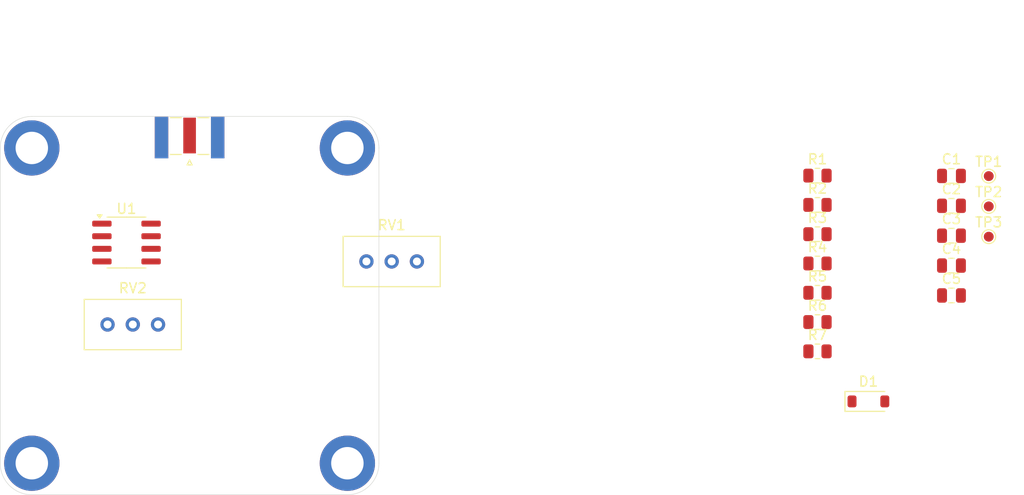
<source format=kicad_pcb>
(kicad_pcb (version 20240108) (generator "pcbnew") (generator_version "8.0")
  (layers (0 "F.Cu" signal) (31 "B.Cu" signal) (34 "B.Paste" user) (35 "F.Paste" user) (36 "B.SilkS" user "B.Silkscreen") (37 "F.SilkS" user "F.Silkscreen") (38 "B.Mask" user) (39 "F.Mask" user) (44 "Edge.Cuts" user))
  (net 0 "")
  (net 1 "+5V")
  (net 2 "GND")
  (net 3 "-5V")
  (net 4 "Net-(C3-Pad2)")
  (net 5 "Net-(D1-A)")
  (net 6 "Net-(C4-Pad1)")
  (net 7 "Net-(U1A-+)")
  (net 8 "Net-(J1-In)")
  (net 9 "Net-(U1A--)")
  (net 10 "Net-(U1B--)")
  (footprint "Potentiometer_THT:Potentiometer_Bourns_3296W_Vertical" (layer "F.Cu") (at 92.72 40.005)
    (property "Reference" "RV1" (at -2.54 -3.66 0) (layer "F.SilkS"))
    (property "Value" "R_Potentiometer_US")
    (fp_line (start -7.425 -2.53) (end -7.425 2.54) (stroke (width 0.12)) (layer "F.SilkS"))
    (fp_line (start -7.425 -2.53) (end 2.345 -2.53) (stroke (width 0.12)) (layer "F.SilkS"))
    (fp_line (start -7.425 2.54) (end 2.345 2.54) (stroke (width 0.12)) (layer "F.SilkS"))
    (fp_line (start 2.345 -2.53) (end 2.345 2.54) (stroke (width 0.12)) (layer "F.SilkS"))
    (pad "1" thru_hole circle (at 0 0) (size 1.44 1.44) (drill 0.8) (layers "*.Cu" "*.Mask") (net 1 "+5V"))
    (pad "2" thru_hole circle (at -2.54 0) (size 1.44 1.44) (drill 0.8) (layers "*.Cu" "*.Mask") (net 9 "Net-(U1A--)"))
    (pad "3" thru_hole circle (at -5.08 0) (size 1.44 1.44) (drill 0.8) (layers "*.Cu" "*.Mask") (net 3 "-5V"))
  )
  (footprint "TestPoint:TestPoint_Pad_D1.0mm" (layer "F.Cu") (at 150.25 37.51)
    (property "Reference" "TP3" (at 0 -1.448 0) (layer "F.SilkS"))
    (property "Value" "TestPoint")
    (fp_circle (center 0 0) (end 0 0.7) (stroke (width 0.12)) (fill none) (layer "F.SilkS"))
    (pad "1" smd circle (at 0 0) (size 1 1) (layers "F.Cu" "F.Mask") (net 7 "Net-(U1A-+)"))
  )
  (footprint "Capacitor_SMD:C_0805_2012Metric" (layer "F.Cu") (at 146.5 31.39)
    (property "Reference" "C1" (at 0 -1.68 0) (layer "F.SilkS"))
    (property "Value" "100nF")
    (fp_line (start -0.261252 -0.735) (end 0.261252 -0.735) (stroke (width 0.12)) (layer "F.SilkS"))
    (fp_line (start -0.261252 0.735) (end 0.261252 0.735) (stroke (width 0.12)) (layer "F.SilkS"))
    (pad "1" smd roundrect (at -0.95 0) (size 1 1.45) (layers "F.Cu" "F.Paste" "F.Mask") (net 1 "+5V"))
    (pad "2" smd roundrect (at 0.95 0) (size 1 1.45) (layers "F.Cu" "F.Paste" "F.Mask") (net 2 "GND"))
  )
  (footprint "_tim-Mounting-Holes:4-40_Hole_Pad" (layer "F.Cu") (at 53.975 28.575)
    (property "Reference" "H1" (hide yes))
    (property "Value" "4-40" (hide yes))
    (pad "1" thru_hole circle (at 0 0) (size 5.5626 5.5626) (drill 3.2639) (layers "*.Cu" "*.Mask") (net 2 "GND"))
  )
  (footprint "Connector_Coaxial:SMA_Samtec_SMA-J-P-X-ST-EM1_EdgeMount" (layer "F.Cu") (at 69.85 27.5225 180)
    (property "Reference" "J1" (hide yes))
    (property "Value" "3296W-1-102LF")
    (fp_line (start 0.84 2) (end 1.95 2) (stroke (width 0.12)) (layer "F.SilkS"))
    (fp_line (start 0.84 -1.71) (end 1.95 -1.71) (stroke (width 0.12)) (layer "F.SilkS"))
    (fp_line (start 0.25 -2.76) (end -0.25 -2.76) (stroke (width 0.12)) (layer "F.SilkS"))
    (fp_line (start 0 -2.26) (end 0.25 -2.76) (stroke (width 0.12)) (layer "F.SilkS"))
    (fp_line (start -0.25 -2.76) (end 0 -2.26) (stroke (width 0.12)) (layer "F.SilkS"))
    (fp_line (start -1.95 2) (end -0.84 2) (stroke (width 0.12)) (layer "F.SilkS"))
    (fp_line (start -1.95 -1.71) (end -0.84 -1.71) (stroke (width 0.12)) (layer "F.SilkS"))
    (pad "1" smd rect (at 0 0.2 180) (size 1.27 3.6) (layers "F.Cu" "F.Paste" "F.Mask") (net 8 "Net-(J1-In)"))
    (pad "2" smd rect (at -2.825 0 180) (size 1.35 4.2) (layers "F.Cu" "F.Paste" "F.Mask") (net 2 "GND"))
    (pad "2" smd rect (at -2.825 0 180) (size 1.35 4.2) (layers "B.Cu" "B.Paste" "B.Mask") (net 2 "GND"))
    (pad "2" smd rect (at 2.825 0 180) (size 1.35 4.2) (layers "F.Cu" "F.Paste" "F.Mask") (net 2 "GND"))
    (pad "2" smd rect (at 2.825 0 180) (size 1.35 4.2) (layers "B.Cu" "B.Paste" "B.Mask") (net 2 "GND"))
  )
  (footprint "Package_SO:SOIC-8_3.9x4.9mm_P1.27mm" (layer "F.Cu") (at 63.5 38.1)
    (property "Reference" "U1" (at 0 -3.4 0) (layer "F.SilkS"))
    (property "Value" "LT1804")
    (fp_line (start 0 -2.56) (end -1.95 -2.56) (stroke (width 0.12)) (layer "F.SilkS"))
    (fp_line (start 0 -2.56) (end 1.95 -2.56) (stroke (width 0.12)) (layer "F.SilkS"))
    (fp_line (start 0 2.56) (end -1.95 2.56) (stroke (width 0.12)) (layer "F.SilkS"))
    (fp_line (start 0 2.56) (end 1.95 2.56) (stroke (width 0.12)) (layer "F.SilkS"))
    (fp_poly (pts (xy -2.7 -2.465) (xy -2.94 -2.795) (xy -2.46 -2.795) (xy -2.7 -2.465)) (stroke (width 0.12)) (fill solid) (layer "F.SilkS"))
    (pad "1" smd roundrect (at -2.475 -1.905) (size 1.95 0.6) (layers "F.Cu" "F.Paste" "F.Mask") (net 6 "Net-(C4-Pad1)"))
    (pad "2" smd roundrect (at -2.475 -0.635) (size 1.95 0.6) (layers "F.Cu" "F.Paste" "F.Mask") (net 9 "Net-(U1A--)"))
    (pad "3" smd roundrect (at -2.475 0.635) (size 1.95 0.6) (layers "F.Cu" "F.Paste" "F.Mask") (net 7 "Net-(U1A-+)"))
    (pad "4" smd roundrect (at -2.475 1.905) (size 1.95 0.6) (layers "F.Cu" "F.Paste" "F.Mask") (net 3 "-5V"))
    (pad "5" smd roundrect (at 2.475 1.905) (size 1.95 0.6) (layers "F.Cu" "F.Paste" "F.Mask") (net 2 "GND"))
    (pad "6" smd roundrect (at 2.475 0.635) (size 1.95 0.6) (layers "F.Cu" "F.Paste" "F.Mask") (net 10 "Net-(U1B--)"))
    (pad "7" smd roundrect (at 2.475 -0.635) (size 1.95 0.6) (layers "F.Cu" "F.Paste" "F.Mask") (net 10 "Net-(U1B--)"))
    (pad "8" smd roundrect (at 2.475 -1.905) (size 1.95 0.6) (layers "F.Cu" "F.Paste" "F.Mask") (net 1 "+5V"))
  )
  (footprint "Resistor_SMD:R_0805_2012Metric" (layer "F.Cu") (at 133.02 37.26)
    (property "Reference" "R3" (at 0 -1.65 0) (layer "F.SilkS"))
    (property "Value" "10k")
    (fp_line (start -0.227064 -0.735) (end 0.227064 -0.735) (stroke (width 0.12)) (layer "F.SilkS"))
    (fp_line (start -0.227064 0.735) (end 0.227064 0.735) (stroke (width 0.12)) (layer "F.SilkS"))
    (pad "1" smd roundrect (at -0.9125 0) (size 1.025 1.4) (layers "F.Cu" "F.Paste" "F.Mask") (roundrect_rratio 0.243902) (net 2 "GND"))
    (pad "2" smd roundrect (at 0.9125 0) (size 1.025 1.4) (layers "F.Cu" "F.Paste" "F.Mask") (roundrect_rratio 0.243902) (net 8 "Net-(J1-In)"))
  )
  (footprint "Resistor_SMD:R_0805_2012Metric" (layer "F.Cu") (at 133.02 34.31)
    (property "Reference" "R2" (at 0 -1.65 0) (layer "F.SilkS"))
    (property "Value" "500")
    (fp_line (start -0.227064 -0.735) (end 0.227064 -0.735) (stroke (width 0.12)) (layer "F.SilkS"))
    (fp_line (start -0.227064 0.735) (end 0.227064 0.735) (stroke (width 0.12)) (layer "F.SilkS"))
    (pad "1" smd roundrect (at -0.9125 0) (size 1.025 1.4) (layers "F.Cu" "F.Paste" "F.Mask") (roundrect_rratio 0.243902) (net 3 "-5V"))
    (pad "2" smd roundrect (at 0.9125 0) (size 1.025 1.4) (layers "F.Cu" "F.Paste" "F.Mask") (roundrect_rratio 0.243902) (net 4 "Net-(C3-Pad2)"))
  )
  (footprint "_tim-Mounting-Holes:4-40_Hole_Pad" (layer "F.Cu") (at 85.725 60.325)
    (property "Reference" "H4" (hide yes))
    (property "Value" "4-40" (hide yes))
    (pad "1" thru_hole circle (at 0 0) (size 5.5626 5.5626) (drill 3.2639) (layers "*.Cu" "*.Mask") (net 2 "GND"))
  )
  (footprint "_tim-Mounting-Holes:4-40_Hole_Pad" (layer "F.Cu") (at 85.725 28.575)
    (property "Reference" "H2" (hide yes))
    (property "Value" "4-40" (hide yes))
    (pad "1" thru_hole circle (at 0 0) (size 5.5626 5.5626) (drill 3.2639) (layers "*.Cu" "*.Mask") (net 2 "GND"))
  )
  (footprint "Capacitor_SMD:C_0805_2012Metric" (layer "F.Cu") (at 146.5 34.4)
    (property "Reference" "C2" (at 0 -1.68 0) (layer "F.SilkS"))
    (property "Value" "100nF")
    (fp_line (start -0.261252 -0.735) (end 0.261252 -0.735) (stroke (width 0.12)) (layer "F.SilkS"))
    (fp_line (start -0.261252 0.735) (end 0.261252 0.735) (stroke (width 0.12)) (layer "F.SilkS"))
    (pad "1" smd roundrect (at -0.95 0) (size 1 1.45) (layers "F.Cu" "F.Paste" "F.Mask") (net 3 "-5V"))
    (pad "2" smd roundrect (at 0.95 0) (size 1 1.45) (layers "F.Cu" "F.Paste" "F.Mask") (net 2 "GND"))
  )
  (footprint "TestPoint:TestPoint_Pad_D1.0mm" (layer "F.Cu") (at 150.25 34.46)
    (property "Reference" "TP2" (at 0 -1.448 0) (layer "F.SilkS"))
    (property "Value" "TestPoint")
    (fp_circle (center 0 0) (end 0 0.7) (stroke (width 0.12)) (fill none) (layer "F.SilkS"))
    (pad "1" smd circle (at 0 0) (size 1 1) (layers "F.Cu" "F.Mask") (net 9 "Net-(U1A--)"))
  )
  (footprint "Resistor_SMD:R_0805_2012Metric" (layer "F.Cu") (at 133.02 43.16)
    (property "Reference" "R5" (at 0 -1.65 0) (layer "F.SilkS"))
    (property "Value" "500")
    (fp_line (start -0.227064 -0.735) (end 0.227064 -0.735) (stroke (width 0.12)) (layer "F.SilkS"))
    (fp_line (start -0.227064 0.735) (end 0.227064 0.735) (stroke (width 0.12)) (layer "F.SilkS"))
    (pad "1" smd roundrect (at -0.9125 0) (size 1.025 1.4) (layers "F.Cu" "F.Paste" "F.Mask") (roundrect_rratio 0.243902) (net 2 "GND"))
    (pad "2" smd roundrect (at 0.9125 0) (size 1.025 1.4) (layers "F.Cu" "F.Paste" "F.Mask") (roundrect_rratio 0.243902) (net 4 "Net-(C3-Pad2)"))
  )
  (footprint "Capacitor_SMD:C_0805_2012Metric" (layer "F.Cu") (at 146.5 40.42)
    (property "Reference" "C4" (at 0 -1.68 0) (layer "F.SilkS"))
    (property "Value" "100pF")
    (fp_line (start -0.261252 -0.735) (end 0.261252 -0.735) (stroke (width 0.12)) (layer "F.SilkS"))
    (fp_line (start -0.261252 0.735) (end 0.261252 0.735) (stroke (width 0.12)) (layer "F.SilkS"))
    (pad "1" smd roundrect (at -0.95 0) (size 1 1.45) (layers "F.Cu" "F.Paste" "F.Mask") (net 6 "Net-(C4-Pad1)"))
    (pad "2" smd roundrect (at 0.95 0) (size 1 1.45) (layers "F.Cu" "F.Paste" "F.Mask") (net 5 "Net-(D1-A)"))
  )
  (footprint "Resistor_SMD:R_0805_2012Metric" (layer "F.Cu") (at 133.02 31.36)
    (property "Reference" "R1" (at 0 -1.65 0) (layer "F.SilkS"))
    (property "Value" "47")
    (fp_line (start -0.227064 -0.735) (end 0.227064 -0.735) (stroke (width 0.12)) (layer "F.SilkS"))
    (fp_line (start -0.227064 0.735) (end 0.227064 0.735) (stroke (width 0.12)) (layer "F.SilkS"))
    (pad "1" smd roundrect (at -0.9125 0) (size 1.025 1.4) (layers "F.Cu" "F.Paste" "F.Mask") (roundrect_rratio 0.243902) (net 6 "Net-(C4-Pad1)"))
    (pad "2" smd roundrect (at 0.9125 0) (size 1.025 1.4) (layers "F.Cu" "F.Paste" "F.Mask") (roundrect_rratio 0.243902) (net 5 "Net-(D1-A)"))
  )
  (footprint "Potentiometer_THT:Potentiometer_Bourns_3296W_Vertical" (layer "F.Cu") (at 66.675 46.355)
    (property "Reference" "RV2" (at -2.54 -3.66 0) (layer "F.SilkS"))
    (property "Value" "3296W-1-102LF")
    (fp_line (start -7.425 -2.53) (end -7.425 2.54) (stroke (width 0.12)) (layer "F.SilkS"))
    (fp_line (start -7.425 -2.53) (end 2.345 -2.53) (stroke (width 0.12)) (layer "F.SilkS"))
    (fp_line (start -7.425 2.54) (end 2.345 2.54) (stroke (width 0.12)) (layer "F.SilkS"))
    (fp_line (start 2.345 -2.53) (end 2.345 2.54) (stroke (width 0.12)) (layer "F.SilkS"))
    (pad "1" thru_hole circle (at 0 0) (size 1.44 1.44) (drill 0.8) (layers "*.Cu" "*.Mask") (net 4 "Net-(C3-Pad2)"))
    (pad "2" thru_hole circle (at -2.54 0) (size 1.44 1.44) (drill 0.8) (layers "*.Cu" "*.Mask") (net 5 "Net-(D1-A)"))
    (pad "3" thru_hole circle (at -5.08 0) (size 1.44 1.44) (drill 0.8) (layers "*.Cu" "*.Mask") (net 5 "Net-(D1-A)"))
  )
  (footprint "TestPoint:TestPoint_Pad_D1.0mm" (layer "F.Cu") (at 150.25 31.41)
    (property "Reference" "TP1" (at 0 -1.448 0) (layer "F.SilkS"))
    (property "Value" "TestPoint")
    (fp_circle (center 0 0) (end 0 0.7) (stroke (width 0.12)) (fill none) (layer "F.SilkS"))
    (pad "1" smd circle (at 0 0) (size 1 1) (layers "F.Cu" "F.Mask") (net 4 "Net-(C3-Pad2)"))
  )
  (footprint "Resistor_SMD:R_0805_2012Metric" (layer "F.Cu") (at 133.02 46.11)
    (property "Reference" "R6" (at 0 -1.65 0) (layer "F.SilkS"))
    (property "Value" "100k")
    (fp_line (start -0.227064 -0.735) (end 0.227064 -0.735) (stroke (width 0.12)) (layer "F.SilkS"))
    (fp_line (start -0.227064 0.735) (end 0.227064 0.735) (stroke (width 0.12)) (layer "F.SilkS"))
    (pad "1" smd roundrect (at -0.9125 0) (size 1.025 1.4) (layers "F.Cu" "F.Paste" "F.Mask") (roundrect_rratio 0.243902) (net 7 "Net-(U1A-+)"))
    (pad "2" smd roundrect (at 0.9125 0) (size 1.025 1.4) (layers "F.Cu" "F.Paste" "F.Mask") (roundrect_rratio 0.243902) (net 6 "Net-(C4-Pad1)"))
  )
  (footprint "Capacitor_SMD:C_0805_2012Metric" (layer "F.Cu") (at 146.5 37.41)
    (property "Reference" "C3" (at 0 -1.68 0) (layer "F.SilkS"))
    (property "Value" "100pF")
    (fp_line (start -0.261252 -0.735) (end 0.261252 -0.735) (stroke (width 0.12)) (layer "F.SilkS"))
    (fp_line (start -0.261252 0.735) (end 0.261252 0.735) (stroke (width 0.12)) (layer "F.SilkS"))
    (pad "1" smd roundrect (at -0.95 0) (size 1 1.45) (layers "F.Cu" "F.Paste" "F.Mask") (net 5 "Net-(D1-A)"))
    (pad "2" smd roundrect (at 0.95 0) (size 1 1.45) (layers "F.Cu" "F.Paste" "F.Mask") (net 4 "Net-(C3-Pad2)"))
  )
  (footprint "Capacitor_SMD:C_0805_2012Metric" (layer "F.Cu") (at 146.5 43.43)
    (property "Reference" "C5" (at 0 -1.68 0) (layer "F.SilkS"))
    (property "Value" "10pF")
    (fp_line (start -0.261252 -0.735) (end 0.261252 -0.735) (stroke (width 0.12)) (layer "F.SilkS"))
    (fp_line (start -0.261252 0.735) (end 0.261252 0.735) (stroke (width 0.12)) (layer "F.SilkS"))
    (pad "1" smd roundrect (at -0.95 0) (size 1 1.45) (layers "F.Cu" "F.Paste" "F.Mask") (net 7 "Net-(U1A-+)"))
    (pad "2" smd roundrect (at 0.95 0) (size 1 1.45) (layers "F.Cu" "F.Paste" "F.Mask") (net 6 "Net-(C4-Pad1)"))
  )
  (footprint "Diode_SMD:D_SOD-123" (layer "F.Cu") (at 138.145 54.1)
    (property "Reference" "D1" (at 0 -2 0) (layer "F.SilkS"))
    (property "Value" "D_Small")
    (fp_line (start -2.36 -1) (end -2.36 1) (stroke (width 0.12)) (layer "F.SilkS"))
    (fp_line (start -2.36 -1) (end 1.65 -1) (stroke (width 0.12)) (layer "F.SilkS"))
    (fp_line (start -2.36 1) (end 1.65 1) (stroke (width 0.12)) (layer "F.SilkS"))
    (pad "1" smd roundrect (at -1.65 0) (size 0.9 1.2) (layers "F.Cu" "F.Paste" "F.Mask") (net 2 "GND"))
    (pad "2" smd roundrect (at 1.65 0) (size 0.9 1.2) (layers "F.Cu" "F.Paste" "F.Mask") (net 5 "Net-(D1-A)"))
  )
  (footprint "_tim-Mounting-Holes:4-40_Hole_Pad" (layer "F.Cu") (at 53.975 60.325)
    (property "Reference" "H3" (hide yes))
    (property "Value" "4-40" (hide yes))
    (pad "1" thru_hole circle (at 0 0) (size 5.5626 5.5626) (drill 3.2639) (layers "*.Cu" "*.Mask") (net 2 "GND"))
  )
  (footprint "Resistor_SMD:R_0805_2012Metric" (layer "F.Cu") (at 133.02 49.06)
    (property "Reference" "R7" (at 0 -1.65 0) (layer "F.SilkS"))
    (property "Value" "10k")
    (fp_line (start -0.227064 -0.735) (end 0.227064 -0.735) (stroke (width 0.12)) (layer "F.SilkS"))
    (fp_line (start -0.227064 0.735) (end 0.227064 0.735) (stroke (width 0.12)) (layer "F.SilkS"))
    (pad "1" smd roundrect (at -0.9125 0) (size 1.025 1.4) (layers "F.Cu" "F.Paste" "F.Mask") (roundrect_rratio 0.243902) (net 8 "Net-(J1-In)"))
    (pad "2" smd roundrect (at 0.9125 0) (size 1.025 1.4) (layers "F.Cu" "F.Paste" "F.Mask") (roundrect_rratio 0.243902) (net 1 "+5V"))
  )
  (footprint "Resistor_SMD:R_0805_2012Metric" (layer "F.Cu") (at 133.02 40.21)
    (property "Reference" "R4" (at 0 -1.65 0) (layer "F.SilkS"))
    (property "Value" "50")
    (fp_line (start -0.227064 -0.735) (end 0.227064 -0.735) (stroke (width 0.12)) (layer "F.SilkS"))
    (fp_line (start -0.227064 0.735) (end 0.227064 0.735) (stroke (width 0.12)) (layer "F.SilkS"))
    (pad "1" smd roundrect (at -0.9125 0) (size 1.025 1.4) (layers "F.Cu" "F.Paste" "F.Mask") (roundrect_rratio 0.243902) (net 8 "Net-(J1-In)"))
    (pad "2" smd roundrect (at 0.9125 0) (size 1.025 1.4) (layers "F.Cu" "F.Paste" "F.Mask") (roundrect_rratio 0.243902) (net 7 "Net-(U1A-+)"))
  )
  (gr_line (start 53.975 25.4) (end 85.725 25.4) (stroke (width 0.05)) (layer "Edge.Cuts"))
  (gr_line (start 88.9 28.575) (end 88.9 60.325) (stroke (width 0.05)) (layer "Edge.Cuts"))
  (gr_line (start 85.725 63.5) (end 53.975 63.5) (stroke (width 0.05)) (layer "Edge.Cuts"))
  (gr_arc (start 50.8 28.575) (mid 51.729936 26.329936) (end 53.975 25.4) (stroke (width 0.05)) (layer "Edge.Cuts"))
  (gr_arc (start 53.975 63.5) (mid 51.729936 62.570064) (end 50.8 60.325) (stroke (width 0.05)) (layer "Edge.Cuts"))
  (gr_arc (start 85.725 25.4) (mid 87.970064 26.329936) (end 88.9 28.575) (stroke (width 0.05)) (layer "Edge.Cuts"))
  (gr_arc (start 88.9 60.325) (mid 87.970064 62.570064) (end 85.725 63.5) (stroke (width 0.05)) (layer "Edge.Cuts"))
  (gr_line (start 50.8 60.325) (end 50.8 28.575) (stroke (width 0.05)) (layer "Edge.Cuts"))
)
</source>
